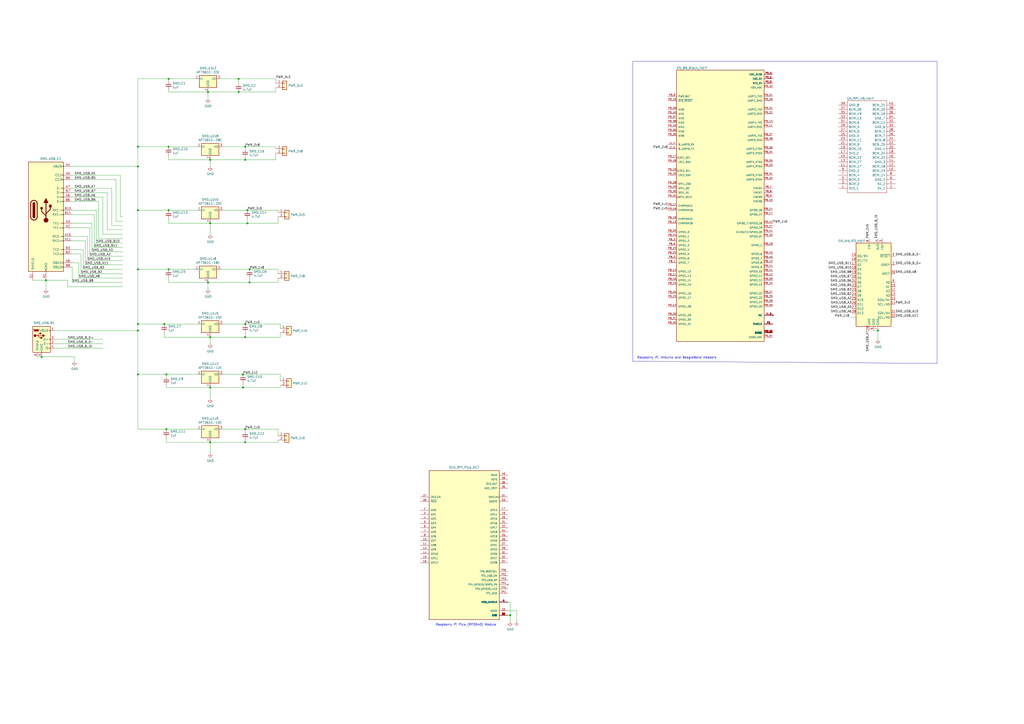
<source format=kicad_sch>
(kicad_sch (version 20230121) (generator eeschema)
  (paper "A2")
  (lib_symbols
    (symbol "Connector:USB_B_Micro" (pin_names (offset 1.016))
      (property "Reference" "J" (at -5.08 11.43 0))
      (property "Value" "USB_B_Micro" (at -5.08 8.89 0))
      (symbol "USB_B_Micro_1_1"
        (pin power_out line (at 7.62 5.08 180) (length 2.54) (name "VBUS") (number "1"))
        (pin bidirectional line (at 7.62 -2.54 180) (length 2.54) (name "D-") (number "2"))
        (pin bidirectional line (at 7.62 0 180) (length 2.54) (name "D+") (number "3"))
        (pin passive line (at 7.62 -5.08 180) (length 2.54) (name "ID") (number "4"))
        (pin power_out line (at 0 -10.16 90) (length 2.54) (name "GND") (number "5"))
        (pin passive line (at -2.54 -10.16 90) (length 2.54) (name "Shield") (number "6"))
      )
    )
    (symbol "Connector:USB_C_Receptacle" (pin_names (offset 1.016))
      (property "Reference" "J" (at -10.16 29.21 0))
      (property "Value" "USB_C_Receptacle" (at 10.16 29.21 0))
      (symbol "USB_C_Receptacle_1_1"
        (pin passive line (at 0 -40.64 90) (length 5.08) (name "GND") (number "A1"))
        (pin bidirectional line (at 15.24 -15.24 180) (length 5.08) (name "RX2-") (number "A10"))
        (pin bidirectional line (at 15.24 -17.78 180) (length 5.08) (name "RX2+") (number "A11"))
        (pin passive line (at 0 -40.64 90) (length 5.08) hide (name "GND") (number "A12"))
        (pin bidirectional line (at 15.24 -10.16 180) (length 5.08) (name "TX1+") (number "A2"))
        (pin bidirectional line (at 15.24 -7.62 180) (length 5.08) (name "TX1-") (number "A3"))
        (pin passive line (at 15.24 25.4 180) (length 5.08) (name "VBUS") (number "A4"))
        (pin bidirectional line (at 15.24 20.32 180) (length 5.08) (name "CC1") (number "A5"))
        (pin bidirectional line (at 15.24 7.62 180) (length 5.08) (name "D+") (number "A6"))
        (pin bidirectional line (at 15.24 12.7 180) (length 5.08) (name "D-") (number "A7"))
        (pin bidirectional line (at 15.24 -30.48 180) (length 5.08) (name "SBU1") (number "A8"))
        (pin passive line (at 15.24 25.4 180) (length 5.08) hide (name "VBUS") (number "A9"))
        (pin passive line (at 0 -40.64 90) (length 5.08) hide (name "GND") (number "B1"))
        (pin bidirectional line (at 15.24 0 180) (length 5.08) (name "RX1-") (number "B10"))
        (pin bidirectional line (at 15.24 -2.54 180) (length 5.08) (name "RX1+") (number "B11"))
        (pin passive line (at 0 -40.64 90) (length 5.08) hide (name "GND") (number "B12"))
        (pin bidirectional line (at 15.24 -25.4 180) (length 5.08) (name "TX2+") (number "B2"))
        (pin bidirectional line (at 15.24 -22.86 180) (length 5.08) (name "TX2-") (number "B3"))
        (pin passive line (at 15.24 25.4 180) (length 5.08) hide (name "VBUS") (number "B4"))
        (pin bidirectional line (at 15.24 17.78 180) (length 5.08) (name "CC2") (number "B5"))
        (pin bidirectional line (at 15.24 5.08 180) (length 5.08) (name "D+") (number "B6"))
        (pin bidirectional line (at 15.24 10.16 180) (length 5.08) (name "D-") (number "B7"))
        (pin bidirectional line (at 15.24 -33.02 180) (length 5.08) (name "SBU2") (number "B8"))
        (pin passive line (at 15.24 25.4 180) (length 5.08) hide (name "VBUS") (number "B9"))
        (pin passive line (at -7.62 -40.64 90) (length 5.08) (name "SHIELD") (number "S1"))
      )
    )
    (symbol "Connector_Generic:Conn_01x02" (pin_names (offset 1.016) hide)
      (property "Reference" "J" (at 0 2.54 0))
      (property "Value" "Conn_01x02" (at 0 -5.08 0))
      (symbol "Conn_01x02_1_1"
        (pin passive line (at -5.08 0 0) (length 3.81) (name "Pin_1") (number "1"))
        (pin passive line (at -5.08 -2.54 0) (length 3.81) (name "Pin_2") (number "2"))
      )
    )
    (symbol "Device:C_Small" (pin_numbers hide) (pin_names (offset 0.254) hide)
      (property "Reference" "C" (at 0.254 1.778 0))
      (property "Value" "C_Small" (at 0.254 -2.032 0))
      (symbol "C_Small_1_1"
        (pin passive line (at 0 2.54 270) (length 2.032) (name "~") (number "1"))
        (pin passive line (at 0 -2.54 90) (length 2.032) (name "~") (number "2"))
      )
    )
    (symbol "FPGAs-Ard_RPi_BB-rescue:BEAGLEBONEBLACK-BEAGLEBONEBLACK" (pin_names (offset 1.016))
      (property "Reference" "U" (at -25.4 79.375 0))
      (property "Value" "BEAGLEBONEBLACK_BEAGLEBONEBLACK" (at -25.4 -81.28 0))
      (symbol "BEAGLEBONEBLACK-BEAGLEBONEBLACK_0_0"
        (pin power_in line (at 30.48 -73.66 180) (length 5.08) (name "DGND") (number "J1_1"))
        (pin no_connect line (at 30.48 -63.5 180) (length 5.08) (name "NC") (number "J1_2"))
        (pin no_connect line (at 30.48 -63.5 180) (length 5.08) (name "NC") (number "J1_3"))
        (pin bidirectional line (at -30.48 35.56 0) (length 5.08) (name "B_UART0_RX") (number "J1_4"))
        (pin bidirectional line (at -30.48 33.02 0) (length 5.08) (name "B_UART0_TX") (number "J1_5"))
        (pin no_connect line (at 30.48 -63.5 180) (length 5.08) (name "NC") (number "J1_6"))
        (pin passive line (at 30.48 -68.58 180) (length 5.08) (name "SHIELD") (number "P1"))
        (pin passive line (at 30.48 -68.58 180) (length 5.08) (name "SHIELD") (number "P2"))
        (pin passive line (at 30.48 -68.58 180) (length 5.08) (name "SHIELD") (number "P3"))
        (pin passive line (at 30.48 -68.58 180) (length 5.08) (name "SHIELD") (number "P4"))
        (pin power_in line (at 30.48 -73.66 180) (length 5.08) (name "DGND") (number "P8_1"))
        (pin bidirectional line (at 30.48 2.54 180) (length 5.08) (name "TIMER6") (number "P8_10"))
        (pin bidirectional line (at -30.48 -40.64 0) (length 5.08) (name "GPIO1_13") (number "P8_11"))
        (pin bidirectional line (at -30.48 -38.1 0) (length 5.08) (name "GPIO1_12") (number "P8_12"))
        (pin bidirectional line (at -30.48 -10.16 0) (length 5.08) (name "EHRPWM2B") (number "P8_13"))
        (pin bidirectional line (at 30.48 -2.54 180) (length 5.08) (name "GPIO0_26") (number "P8_14"))
        (pin bidirectional line (at -30.48 -45.72 0) (length 5.08) (name "GPIO1_15") (number "P8_15"))
        (pin bidirectional line (at -30.48 -43.18 0) (length 5.08) (name "GPIO1_14") (number "P8_16"))
        (pin bidirectional line (at 30.48 -5.08 180) (length 5.08) (name "GPIO0_27") (number "P8_17"))
        (pin bidirectional line (at 30.48 -22.86 180) (length 5.08) (name "GPIO2_1") (number "P8_18"))
        (pin bidirectional line (at -30.48 -7.62 0) (length 5.08) (name "EHRPWM2A") (number "P8_19"))
        (pin power_in line (at 30.48 -73.66 180) (length 5.08) (name "DGND") (number "P8_2"))
        (pin bidirectional line (at -30.48 -68.58 0) (length 5.08) (name "GPIO1_31") (number "P8_20"))
        (pin bidirectional line (at -30.48 -66.04 0) (length 5.08) (name "GPIO1_30") (number "P8_21"))
        (pin bidirectional line (at -30.48 -27.94 0) (length 5.08) (name "GPIO1_5") (number "P8_22"))
        (pin bidirectional line (at -30.48 -25.4 0) (length 5.08) (name "GPIO1_4") (number "P8_23"))
        (pin bidirectional line (at -30.48 -17.78 0) (length 5.08) (name "GPIO1_1") (number "P8_24"))
        (pin bidirectional line (at -30.48 -15.24 0) (length 5.08) (name "GPIO1_0") (number "P8_25"))
        (pin bidirectional line (at -30.48 -63.5 0) (length 5.08) (name "GPIO1_29") (number "P8_26"))
        (pin bidirectional line (at 30.48 -50.8 180) (length 5.08) (name "GPIO2_22") (number "P8_27"))
        (pin bidirectional line (at 30.48 -55.88 180) (length 5.08) (name "GPIO2_24") (number "P8_28"))
        (pin bidirectional line (at 30.48 -53.34 180) (length 5.08) (name "GPIO2_23") (number "P8_29"))
        (pin bidirectional line (at -30.48 -30.48 0) (length 5.08) (name "GPIO1_6") (number "P8_3"))
        (pin bidirectional line (at 30.48 -58.42 180) (length 5.08) (name "GPIO2_25") (number "P8_30"))
        (pin bidirectional line (at 30.48 17.78 180) (length 5.08) (name "UART5_CTSN") (number "P8_31"))
        (pin bidirectional line (at 30.48 15.24 180) (length 5.08) (name "UART5_RTSN") (number "P8_32"))
        (pin bidirectional line (at 30.48 22.86 180) (length 5.08) (name "UART4_RTSN") (number "P8_33"))
        (pin bidirectional line (at 30.48 30.48 180) (length 5.08) (name "UART3_RTSN") (number "P8_34"))
        (pin bidirectional line (at 30.48 25.4 180) (length 5.08) (name "UART4_CTSN") (number "P8_35"))
        (pin bidirectional line (at 30.48 33.02 180) (length 5.08) (name "UART3_CTSN") (number "P8_36"))
        (pin bidirectional line (at 30.48 40.64 180) (length 5.08) (name "UART5_TXD") (number "P8_37"))
        (pin bidirectional line (at 30.48 38.1 180) (length 5.08) (name "UART5_RXD") (number "P8_38"))
        (pin bidirectional line (at 30.48 -43.18 180) (length 5.08) (name "GPIO2_12") (number "P8_39"))
        (pin bidirectional line (at -30.48 -33.02 0) (length 5.08) (name "GPIO1_7") (number "P8_4"))
        (pin bidirectional line (at 30.48 -45.72 180) (length 5.08) (name "GPIO2_13") (number "P8_40"))
        (pin bidirectional line (at 30.48 -38.1 180) (length 5.08) (name "GPIO2_10") (number "P8_41"))
        (pin bidirectional line (at 30.48 -40.64 180) (length 5.08) (name "GPIO2_11") (number "P8_42"))
        (pin bidirectional line (at 30.48 -33.02 180) (length 5.08) (name "GPIO2_8") (number "P8_43"))
        (pin bidirectional line (at 30.48 -35.56 180) (length 5.08) (name "GPIO2_9") (number "P8_44"))
        (pin bidirectional line (at 30.48 -27.94 180) (length 5.08) (name "GPIO2_6") (number "P8_45"))
        (pin bidirectional line (at 30.48 -30.48 180) (length 5.08) (name "GPIO2_7") (number "P8_46"))
        (pin bidirectional line (at -30.48 -20.32 0) (length 5.08) (name "GPIO1_2") (number "P8_5"))
        (pin bidirectional line (at -30.48 -22.86 0) (length 5.08) (name "GPIO1_3") (number "P8_6"))
        (pin bidirectional line (at 30.48 10.16 180) (length 5.08) (name "TIMER4") (number "P8_7"))
        (pin bidirectional line (at 30.48 7.62 180) (length 5.08) (name "TIMER7") (number "P8_8"))
        (pin bidirectional line (at 30.48 5.08 180) (length 5.08) (name "TIMER5") (number "P8_9"))
        (pin power_in line (at 30.48 -73.66 180) (length 5.08) (name "DGND") (number "P9_1"))
        (pin input line (at -30.48 60.96 0) (length 5.08) (name "~{SYS_RESET}") (number "P9_10"))
        (pin bidirectional line (at 30.48 45.72 180) (length 5.08) (name "UART4_RXD") (number "P9_11"))
        (pin bidirectional line (at -30.48 -58.42 0) (length 5.08) (name "GPIO1_28") (number "P9_12"))
        (pin bidirectional line (at 30.48 48.26 180) (length 5.08) (name "UART4_TXD") (number "P9_13"))
        (pin bidirectional line (at -30.48 0 0) (length 5.08) (name "EHRPWM1A") (number "P9_14"))
        (pin bidirectional line (at -30.48 -50.8 0) (length 5.08) (name "GPIO1_16") (number "P9_15"))
        (pin bidirectional line (at -30.48 -2.54 0) (length 5.08) (name "EHRPWM1B") (number "P9_16"))
        (pin bidirectional clock (at -30.48 27.94 0) (length 5.08) (name "I2C1_SCL") (number "P9_17"))
        (pin bidirectional line (at -30.48 25.4 0) (length 5.08) (name "I2C1_SDA") (number "P9_18"))
        (pin bidirectional clock (at -30.48 20.32 0) (length 5.08) (name "I2C2_SCL") (number "P9_19"))
        (pin power_in line (at 30.48 -73.66 180) (length 5.08) (name "DGND") (number "P9_2"))
        (pin bidirectional line (at -30.48 17.78 0) (length 5.08) (name "I2C2_SDA") (number "P9_20"))
        (pin bidirectional line (at 30.48 55.88 180) (length 5.08) (name "UART2_TXD") (number "P9_21"))
        (pin bidirectional line (at 30.48 53.34 180) (length 5.08) (name "UART2_RXD") (number "P9_22"))
        (pin bidirectional line (at -30.48 -53.34 0) (length 5.08) (name "GPIO1_17") (number "P9_23"))
        (pin bidirectional line (at 30.48 63.5 180) (length 5.08) (name "UART1_TXD") (number "P9_24"))
        (pin bidirectional line (at 30.48 -17.78 180) (length 5.08) (name "GPIO3_21") (number "P9_25"))
        (pin bidirectional line (at 30.48 60.96 180) (length 5.08) (name "UART1_RXD") (number "P9_26"))
        (pin bidirectional line (at 30.48 -12.7 180) (length 5.08) (name "GPIO3_19") (number "P9_27"))
        (pin bidirectional line (at -30.48 12.7 0) (length 5.08) (name "SPI1_CS0") (number "P9_28"))
        (pin bidirectional line (at -30.48 10.16 0) (length 5.08) (name "SPI1_D0") (number "P9_29"))
        (pin power_in line (at 30.48 76.2 180) (length 5.08) (name "VDD_3V3B") (number "P9_3"))
        (pin bidirectional line (at -30.48 7.62 0) (length 5.08) (name "SPI1_D1") (number "P9_30"))
        (pin bidirectional clock (at -30.48 5.08 0) (length 5.08) (name "SPI1_SCLK") (number "P9_31"))
        (pin power_in line (at 30.48 68.58 180) (length 5.08) (name "VDD_ADC") (number "P9_32"))
        (pin input line (at -30.48 45.72 0) (length 5.08) (name "AIN4") (number "P9_33"))
        (pin power_in line (at 30.48 -76.2 180) (length 5.08) (name "GNDA_ADC") (number "P9_34"))
        (pin input line (at -30.48 40.64 0) (length 5.08) (name "AIN6") (number "P9_35"))
        (pin input line (at -30.48 43.18 0) (length 5.08) (name "AIN5") (number "P9_36"))
        (pin input line (at -30.48 50.8 0) (length 5.08) (name "AIN2") (number "P9_37"))
        (pin input line (at -30.48 48.26 0) (length 5.08) (name "AIN3") (number "P9_38"))
        (pin input line (at -30.48 55.88 0) (length 5.08) (name "AIN0") (number "P9_39"))
        (pin power_in line (at 30.48 76.2 180) (length 5.08) (name "VDD_3V3B") (number "P9_4"))
        (pin input line (at -30.48 53.34 0) (length 5.08) (name "AIN1") (number "P9_40"))
        (pin bidirectional line (at 30.48 -15.24 180) (length 5.08) (name "CLKOUT2/GPIO3_20") (number "P9_41"))
        (pin bidirectional line (at 30.48 -10.16 180) (length 5.08) (name "GPIO0_7/GPIO3_18") (number "P9_42"))
        (pin power_in line (at 30.48 -73.66 180) (length 5.08) (name "DGND") (number "P9_43"))
        (pin power_in line (at 30.48 -73.66 180) (length 5.08) (name "DGND") (number "P9_44"))
        (pin power_in line (at 30.48 -73.66 180) (length 5.08) (name "DGND") (number "P9_45"))
        (pin power_in line (at 30.48 -73.66 180) (length 5.08) (name "DGND") (number "P9_46"))
        (pin power_in line (at 30.48 73.66 180) (length 5.08) (name "VDD_5V") (number "P9_5"))
        (pin power_in line (at 30.48 73.66 180) (length 5.08) (name "VDD_5V") (number "P9_6"))
        (pin power_in line (at 30.48 71.12 180) (length 5.08) (name "SYS_5V") (number "P9_7"))
        (pin power_in line (at 30.48 71.12 180) (length 5.08) (name "SYS_5V") (number "P9_8"))
        (pin input line (at -30.48 63.5 0) (length 5.08) (name "PWR_BUT") (number "P9_9"))
      )
    )
    (symbol "FPGAs-Ard_RPi_BB-rescue:RASPBERRY_PI_4B_+_Samtec_ESP-120-33-G-D-RASPBERRY_PI_4B_+_Samtec_ESP-1" (pin_names (offset 0.762))
      (property "Reference" "J" (at 29.21 7.62 0))
      (property "Value" "RASPBERRY_PI_4B_+_Samtec_ESP-1_RASPBERRY_PI_4B_+_Samtec_ESP-120-33-G-D" (at 29.21 5.08 0))
      (symbol "RASPBERRY_PI_4B_+_Samtec_ESP-120-33-G-D-RASPBERRY_PI_4B_+_Samtec_ESP-1_0_0"
        (pin power_in line (at 0 -48.26 0) (length 5.08) (name "3V3_1") (number "1"))
        (pin passive line (at 33.02 -38.1 180) (length 5.08) (name "BCM_15") (number "10"))
        (pin passive line (at 0 -35.56 0) (length 5.08) (name "BCM_17") (number "11"))
        (pin passive line (at 33.02 -35.56 180) (length 5.08) (name "BCM_18") (number "12"))
        (pin passive line (at 0 -33.02 0) (length 5.08) (name "BCM_27") (number "13"))
        (pin power_in line (at 33.02 -33.02 180) (length 5.08) (name "GND_3") (number "14"))
        (pin passive line (at 0 -30.48 0) (length 5.08) (name "BCM_22") (number "15"))
        (pin passive line (at 33.02 -30.48 180) (length 5.08) (name "BCM_23") (number "16"))
        (pin power_in line (at 0 -27.94 0) (length 5.08) (name "3V3_2") (number "17"))
        (pin passive line (at 33.02 -27.94 180) (length 5.08) (name "BCM_24") (number "18"))
        (pin passive line (at 0 -25.4 0) (length 5.08) (name "BCM_10") (number "19"))
        (pin power_in line (at 33.02 -48.26 180) (length 5.08) (name "5V_1") (number "2"))
        (pin power_in line (at 33.02 -25.4 180) (length 5.08) (name "GND_4") (number "20"))
        (pin passive line (at 0 -22.86 0) (length 5.08) (name "BCM_9") (number "21"))
        (pin passive line (at 33.02 -22.86 180) (length 5.08) (name "BCM_25") (number "22"))
        (pin passive line (at 0 -20.32 0) (length 5.08) (name "BCM_11") (number "23"))
        (pin passive line (at 33.02 -20.32 180) (length 5.08) (name "BCM_8") (number "24"))
        (pin power_in line (at 0 -17.78 0) (length 5.08) (name "GND_5") (number "25"))
        (pin passive line (at 33.02 -17.78 180) (length 5.08) (name "BCM_7") (number "26"))
        (pin passive line (at 0 -15.24 0) (length 5.08) (name "BCM_0") (number "27"))
        (pin passive line (at 33.02 -15.24 180) (length 5.08) (name "BCM_1") (number "28"))
        (pin passive line (at 0 -12.7 0) (length 5.08) (name "BCM_5") (number "29"))
        (pin passive line (at 0 -45.72 0) (length 5.08) (name "BCM_2") (number "3"))
        (pin power_in line (at 33.02 -12.7 180) (length 5.08) (name "GND_6") (number "30"))
        (pin passive line (at 0 -10.16 0) (length 5.08) (name "BCM_6") (number "31"))
        (pin passive line (at 33.02 -10.16 180) (length 5.08) (name "BCM_12") (number "32"))
        (pin passive line (at 0 -7.62 0) (length 5.08) (name "BCM_13") (number "33"))
        (pin power_in line (at 33.02 -7.62 180) (length 5.08) (name "GND_7") (number "34"))
        (pin passive line (at 0 -5.08 0) (length 5.08) (name "BCM_19") (number "35"))
        (pin passive line (at 33.02 -5.08 180) (length 5.08) (name "BCM_16") (number "36"))
        (pin passive line (at 0 -2.54 0) (length 5.08) (name "BCM_26") (number "37"))
        (pin passive line (at 33.02 -2.54 180) (length 5.08) (name "BCM_20") (number "38"))
        (pin power_in line (at 0 0 0) (length 5.08) (name "GND_8") (number "39"))
        (pin power_in line (at 33.02 -45.72 180) (length 5.08) (name "5V_2") (number "4"))
        (pin passive line (at 33.02 0 180) (length 5.08) (name "BCM_21") (number "40"))
        (pin passive line (at 0 -43.18 0) (length 5.08) (name "BCM_3") (number "5"))
        (pin power_in line (at 33.02 -43.18 180) (length 5.08) (name "GND_1") (number "6"))
        (pin passive line (at 0 -40.64 0) (length 5.08) (name "BCM_4") (number "7"))
        (pin passive line (at 33.02 -40.64 180) (length 5.08) (name "BCM_14") (number "8"))
        (pin power_in line (at 0 -38.1 0) (length 5.08) (name "GND_2") (number "9"))
      )
    )
    (symbol "FPGAs-Ard_RPi_BB-rescue:SC0915-SC0915" (pin_names (offset 1.016))
      (property "Reference" "U" (at -20.32 44.069 0))
      (property "Value" "SC0915_SC0915" (at -20.32 -45.72 0))
      (symbol "SC0915-SC0915_0_0"
        (pin bidirectional line (at -25.4 20.32 0) (length 5.08) (name "GP0") (number "1"))
        (pin bidirectional line (at -25.4 2.54 0) (length 5.08) (name "GP7") (number "10"))
        (pin bidirectional line (at -25.4 0 0) (length 5.08) (name "GP8") (number "11"))
        (pin bidirectional line (at -25.4 -2.54 0) (length 5.08) (name "GP9") (number "12"))
        (pin power_in line (at 25.4 -40.64 180) (length 5.08) (name "GND") (number "13"))
        (pin bidirectional line (at -25.4 -5.08 0) (length 5.08) (name "GP10") (number "14"))
        (pin bidirectional line (at -25.4 -7.62 0) (length 5.08) (name "GP11") (number "15"))
        (pin bidirectional line (at -25.4 -10.16 0) (length 5.08) (name "GP12") (number "16"))
        (pin bidirectional line (at 25.4 20.32 180) (length 5.08) (name "GP13") (number "17"))
        (pin power_in line (at 25.4 -40.64 180) (length 5.08) (name "GND") (number "18"))
        (pin bidirectional line (at 25.4 17.78 180) (length 5.08) (name "GP14") (number "19"))
        (pin bidirectional line (at -25.4 17.78 0) (length 5.08) (name "GP1") (number "2"))
        (pin bidirectional line (at 25.4 15.24 180) (length 5.08) (name "GP15") (number "20"))
        (pin bidirectional line (at 25.4 12.7 180) (length 5.08) (name "GP16") (number "21"))
        (pin bidirectional line (at 25.4 10.16 180) (length 5.08) (name "GP17") (number "22"))
        (pin power_in line (at 25.4 -40.64 180) (length 5.08) (name "GND") (number "23"))
        (pin bidirectional line (at 25.4 7.62 180) (length 5.08) (name "GP18") (number "24"))
        (pin bidirectional line (at 25.4 5.08 180) (length 5.08) (name "GP19") (number "25"))
        (pin bidirectional line (at 25.4 2.54 180) (length 5.08) (name "GP20") (number "26"))
        (pin bidirectional line (at 25.4 0 180) (length 5.08) (name "GP21") (number "27"))
        (pin power_in line (at 25.4 -40.64 180) (length 5.08) (name "GND") (number "28"))
        (pin bidirectional line (at 25.4 -2.54 180) (length 5.08) (name "GP22") (number "29"))
        (pin power_in line (at 25.4 -40.64 180) (length 5.08) (name "GND") (number "3"))
        (pin input line (at -25.4 25.4 0) (length 5.08) (name "~{RUN}") (number "30"))
        (pin bidirectional line (at 25.4 -5.08 180) (length 5.08) (name "GP26") (number "31"))
        (pin bidirectional line (at 25.4 -7.62 180) (length 5.08) (name "GP27") (number "32"))
        (pin power_in line (at 25.4 -38.1 180) (length 5.08) (name "AGND") (number "33"))
        (pin bidirectional line (at 25.4 -10.16 180) (length 5.08) (name "GP28") (number "34"))
        (pin power_in line (at 25.4 33.02 180) (length 5.08) (name "ADC_VREF") (number "35"))
        (pin power_in line (at 25.4 35.56 180) (length 5.08) (name "3V3_OUT") (number "36"))
        (pin input line (at -25.4 27.94 0) (length 5.08) (name "3V3_EN") (number "37"))
        (pin power_in line (at 25.4 -40.64 180) (length 5.08) (name "GND") (number "38"))
        (pin power_in line (at 25.4 38.1 180) (length 5.08) (name "VSYS") (number "39"))
        (pin bidirectional line (at -25.4 15.24 0) (length 5.08) (name "GP2") (number "4"))
        (pin power_in line (at 25.4 40.64 180) (length 5.08) (name "VBUS") (number "40"))
        (pin bidirectional line (at -25.4 12.7 0) (length 5.08) (name "GP3") (number "5"))
        (pin bidirectional line (at -25.4 10.16 0) (length 5.08) (name "GP4") (number "6"))
        (pin bidirectional line (at -25.4 7.62 0) (length 5.08) (name "GP5") (number "7"))
        (pin power_in line (at 25.4 -40.64 180) (length 5.08) (name "GND") (number "8"))
        (pin bidirectional line (at -25.4 5.08 0) (length 5.08) (name "GP6") (number "9"))
        (pin power_in line (at 25.4 -33.02 180) (length 5.08) (name "USB_SHIELD") (number "A"))
        (pin power_in line (at 25.4 -33.02 180) (length 5.08) (name "USB_SHIELD") (number "B"))
        (pin power_in line (at 25.4 -33.02 180) (length 5.08) (name "USB_SHIELD") (number "C"))
        (pin power_in line (at 25.4 -33.02 180) (length 5.08) (name "USB_SHIELD") (number "D"))
        (pin input clock (at 25.4 27.94 180) (length 5.08) (name "SWCLK") (number "D1"))
        (pin power_in line (at 25.4 -40.64 180) (length 5.08) (name "GND") (number "D2"))
        (pin bidirectional line (at 25.4 25.4 180) (length 5.08) (name "SWDIO") (number "D3"))
        (pin power_in line (at 25.4 -27.94 180) (length 5.08) (name "TP1_GND") (number "TP1"))
        (pin bidirectional line (at 25.4 -17.78 180) (length 5.08) (name "TP2_USB_DM") (number "TP2"))
        (pin bidirectional line (at 25.4 -20.32 180) (length 5.08) (name "TP3_USB_DP") (number "TP3"))
        (pin no_connect line (at 25.4 -22.86 180) (length 5.08) (name "TP4_GPIO23/SMPS_PS") (number "TP4"))
        (pin output line (at 25.4 -25.4 180) (length 5.08) (name "TP5_GPIO25/LED") (number "TP5"))
        (pin input line (at 25.4 -15.24 180) (length 5.08) (name "TP6_BOOTSEL") (number "TP6"))
      )
    )
    (symbol "MCU_Module:Arduino_UNO_R3"
      (property "Reference" "A" (at -10.16 23.495 0))
      (property "Value" "Arduino_UNO_R3" (at 5.08 -26.67 0))
      (symbol "Arduino_UNO_R3_1_1"
        (pin no_connect line (at -10.16 -20.32 0) (length 2.54) hide (name "NC") (number "1"))
        (pin bidirectional line (at 12.7 -2.54 180) (length 2.54) (name "A1") (number "10"))
        (pin bidirectional line (at 12.7 -5.08 180) (length 2.54) (name "A2") (number "11"))
        (pin bidirectional line (at 12.7 -7.62 180) (length 2.54) (name "A3") (number "12"))
        (pin bidirectional line (at 12.7 -10.16 180) (length 2.54) (name "SDA/A4") (number "13"))
        (pin bidirectional line (at 12.7 -12.7 180) (length 2.54) (name "SCL/A5") (number "14"))
        (pin bidirectional line (at -12.7 15.24 0) (length 2.54) (name "D0/RX") (number "15"))
        (pin bidirectional line (at -12.7 12.7 0) (length 2.54) (name "D1/TX") (number "16"))
        (pin bidirectional line (at -12.7 10.16 0) (length 2.54) (name "D2") (number "17"))
        (pin bidirectional line (at -12.7 7.62 0) (length 2.54) (name "D3") (number "18"))
        (pin bidirectional line (at -12.7 5.08 0) (length 2.54) (name "D4") (number "19"))
        (pin output line (at 12.7 10.16 180) (length 2.54) (name "IOREF") (number "2"))
        (pin bidirectional line (at -12.7 2.54 0) (length 2.54) (name "D5") (number "20"))
        (pin bidirectional line (at -12.7 0 0) (length 2.54) (name "D6") (number "21"))
        (pin bidirectional line (at -12.7 -2.54 0) (length 2.54) (name "D7") (number "22"))
        (pin bidirectional line (at -12.7 -5.08 0) (length 2.54) (name "D8") (number "23"))
        (pin bidirectional line (at -12.7 -7.62 0) (length 2.54) (name "D9") (number "24"))
        (pin bidirectional line (at -12.7 -10.16 0) (length 2.54) (name "D10") (number "25"))
        (pin bidirectional line (at -12.7 -12.7 0) (length 2.54) (name "D11") (number "26"))
        (pin bidirectional line (at -12.7 -15.24 0) (length 2.54) (name "D12") (number "27"))
        (pin bidirectional line (at -12.7 -17.78 0) (length 2.54) (name "D13") (number "28"))
        (pin power_in line (at -2.54 -27.94 90) (length 2.54) (name "GND") (number "29"))
        (pin input line (at 12.7 15.24 180) (length 2.54) (name "~{RESET}") (number "3"))
        (pin input line (at 12.7 5.08 180) (length 2.54) (name "AREF") (number "30"))
        (pin bidirectional line (at 12.7 -17.78 180) (length 2.54) (name "SDA/A4") (number "31"))
        (pin bidirectional line (at 12.7 -20.32 180) (length 2.54) (name "SCL/A5") (number "32"))
        (pin power_out line (at 2.54 25.4 270) (length 2.54) (name "3V3") (number "4"))
        (pin power_out line (at 5.08 25.4 270) (length 2.54) (name "+5V") (number "5"))
        (pin power_in line (at 0 -27.94 90) (length 2.54) (name "GND") (number "6"))
        (pin power_in line (at 2.54 -27.94 90) (length 2.54) (name "GND") (number "7"))
        (pin power_in line (at -2.54 25.4 270) (length 2.54) (name "VIN") (number "8"))
        (pin bidirectional line (at 12.7 0 180) (length 2.54) (name "A0") (number "9"))
      )
    )
    (symbol "Regulator_Linear:AP7361C-10E" (pin_names (offset 0.254))
      (property "Reference" "U" (at -3.81 3.175 0))
      (property "Value" "AP7361C-10E" (at 0 3.175 0))
      (symbol "AP7361C-10E_1_1"
        (pin power_in line (at -7.62 0 0) (length 2.54) (name "VI") (number "1"))
        (pin power_in line (at 0 -7.62 90) (length 2.54) (name "GND") (number "2"))
        (pin power_out line (at 7.62 0 180) (length 2.54) (name "VO") (number "3"))
      )
    )
    (symbol "Regulator_Linear:AP7361C-12E" (pin_names (offset 0.254))
      (property "Reference" "U" (at -3.81 3.175 0))
      (property "Value" "AP7361C-12E" (at 0 3.175 0))
      (symbol "AP7361C-12E_1_1"
        (pin power_in line (at -7.62 0 0) (length 2.54) (name "VI") (number "1"))
        (pin power_in line (at 0 -7.62 90) (length 2.54) (name "GND") (number "2"))
        (pin power_out line (at 7.62 0 180) (length 2.54) (name "VO") (number "3"))
      )
    )
    (symbol "Regulator_Linear:AP7361C-15E" (pin_names (offset 0.254))
      (property "Reference" "U" (at -3.81 3.175 0))
      (property "Value" "AP7361C-15E" (at 0 3.175 0))
      (symbol "AP7361C-15E_1_1"
        (pin power_in line (at -7.62 0 0) (length 2.54) (name "VI") (number "1"))
        (pin power_in line (at 0 -7.62 90) (length 2.54) (name "GND") (number "2"))
        (pin power_out line (at 7.62 0 180) (length 2.54) (name "VO") (number "3"))
      )
    )
    (symbol "Regulator_Linear:AP7361C-18E" (pin_names (offset 0.254))
      (property "Reference" "U" (at -3.81 3.175 0))
      (property "Value" "AP7361C-18E" (at 0 3.175 0))
      (symbol "AP7361C-18E_1_1"
        (pin power_in line (at -7.62 0 0) (length 2.54) (name "VI") (number "1"))
        (pin power_in line (at 0 -7.62 90) (length 2.54) (name "GND") (number "2"))
        (pin power_out line (at 7.62 0 180) (length 2.54) (name "VO") (number "3"))
      )
    )
    (symbol "Regulator_Linear:AP7361C-25E" (pin_names (offset 0.254))
      (property "Reference" "U" (at -3.81 3.175 0))
      (property "Value" "AP7361C-25E" (at 0 3.175 0))
      (symbol "AP7361C-25E_1_1"
        (pin power_in line (at -7.62 0 0) (length 2.54) (name "VI") (number "1"))
        (pin power_in line (at 0 -7.62 90) (length 2.54) (name "GND") (number "2"))
        (pin power_out line (at 7.62 0 180) (length 2.54) (name "VO") (number "3"))
      )
    )
    (symbol "Regulator_Linear:AP7361C-28E" (pin_names (offset 0.254))
      (property "Reference" "U" (at -3.81 3.175 0))
      (property "Value" "AP7361C-28E" (at 0 3.175 0))
      (symbol "AP7361C-28E_1_1"
        (pin power_in line (at -7.62 0 0) (length 2.54) (name "VI") (number "1"))
        (pin power_in line (at 0 -7.62 90) (length 2.54) (name "GND") (number "2"))
        (pin power_out line (at 7.62 0 180) (length 2.54) (name "VO") (number "3"))
      )
    )
    (symbol "Regulator_Linear:AP7361C-33E" (pin_names (offset 0.254))
      (property "Reference" "U" (at -3.81 3.175 0))
      (property "Value" "AP7361C-33E" (at 0 3.175 0))
      (symbol "AP7361C-33E_1_1"
        (pin power_in line (at -7.62 0 0) (length 2.54) (name "VI") (number "1"))
        (pin power_in line (at 0 -7.62 90) (length 2.54) (name "GND") (number "2"))
        (pin power_out line (at 7.62 0 180) (length 2.54) (name "VO") (number "3"))
      )
    )
    (symbol "power:Earth" (power) (pin_names (offset 0))
      (symbol "Earth_1_1"
        (pin power_in line (at 0 0 270) (length 0) hide (name "Earth") (number "1"))
      )
    )
    (symbol "power:GND" (power) (pin_names (offset 0))
      (property "Value" "GND" (at 0 -3.81 0))
      (symbol "GND_1_1"
        (pin power_in line (at 0 0 270) (length 0) hide (name "GND") (number "1"))
      )
    )
  )
  (junction (at 140.97 224.79))
  (junction (at 142.24 92.71))
  (junction (at 80.01 187.96))
  (junction (at 97.79 85.09))
  (junction (at 121.92 224.79))
  (junction (at 97.79 121.92))
  (junction (at 97.79 156.21))
  (junction (at 80.01 191.77))
  (junction (at 80.01 96.52))
  (junction (at 121.92 256.54))
  (junction (at 142.24 187.96))
  (junction (at 120.65 163.83))
  (junction (at 144.78 163.83))
  (junction (at 24.13 207.01))
  (junction (at 143.51 129.54))
  (junction (at 121.92 92.71))
  (junction (at 80.01 85.09))
  (junction (at 140.97 217.17))
  (junction (at 95.25 187.96))
  (junction (at 142.24 195.58))
  (junction (at 142.24 248.92))
  (junction (at 80.01 121.92))
  (junction (at 121.92 129.54))
  (junction (at 138.43 53.34))
  (junction (at 138.43 45.72))
  (junction (at 80.01 217.17))
  (junction (at 121.92 195.58))
  (junction (at 120.65 53.34))
  (junction (at 80.01 156.21))
  (junction (at 509.27 191.77))
  (junction (at 144.78 156.21))
  (junction (at 96.52 217.17))
  (junction (at 142.24 256.54))
  (junction (at 295.91 356.87))
  (junction (at 142.24 85.09))
  (junction (at 26.67 162.56))
  (junction (at 96.52 248.92))
  (junction (at 143.51 121.92))
  (junction (at 97.79 45.72))
  (wire (pts (xy 129.54 217.17) (xy 140.97 217.17)))
  (wire (pts (xy 41.91 132.08) (xy 52.07 132.08)))
  (wire (pts (xy 142.24 195.58) (xy 162.56 195.58)))
  (wire (pts (xy 96.52 224.79) (xy 96.52 223.52)))
  (wire (pts (xy 140.97 222.25) (xy 140.97 224.79)))
  (wire (pts (xy 97.79 90.17) (xy 97.79 92.71)))
  (wire (pts (xy 492.76 184.15) (xy 496.57 184.15)))
  (wire (pts (xy 59.69 135.89) (xy 59.69 114.3)))
  (wire (pts (xy 64.77 130.81) (xy 64.77 109.22)))
  (wire (pts (xy 71.12 151.13) (xy 50.8 151.13)))
  (wire (pts (xy 138.43 53.34) (xy 160.02 53.34)))
  (wire (pts (xy 57.15 138.43) (xy 71.12 138.43)))
  (wire (pts (xy 41.91 101.6) (xy 69.85 101.6)))
  (wire (pts (xy 129.54 248.92) (xy 142.24 248.92)))
  (wire (pts (xy 39.37 166.37) (xy 71.12 166.37)))
  (wire (pts (xy 50.8 137.16) (xy 41.91 137.16)))
  (wire (pts (xy 121.92 224.79) (xy 96.52 224.79)))
  (wire (pts (xy 71.12 135.89) (xy 59.69 135.89)))
  (wire (pts (xy 161.29 156.21) (xy 161.29 158.75)))
  (wire (pts (xy 49.53 153.67) (xy 71.12 153.67)))
  (wire (pts (xy 121.92 92.71) (xy 142.24 92.71)))
  (wire (pts (xy 69.85 101.6) (xy 69.85 125.73)))
  (wire (pts (xy 53.34 146.05) (xy 53.34 129.54)))
  (polyline (pts (xy 543.56 210.82) (xy 367.03 209.55)))
  (wire (pts (xy 142.24 187.96) (xy 162.56 187.96)))
  (wire (pts (xy 43.18 207.01) (xy 43.18 209.55)))
  (wire (pts (xy 96.52 217.17) (xy 114.3 217.17)))
  (wire (pts (xy 55.88 121.92) (xy 55.88 140.97)))
  (wire (pts (xy 129.54 85.09) (xy 142.24 85.09)))
  (wire (pts (xy 120.65 163.83) (xy 144.78 163.83)))
  (wire (pts (xy 138.43 45.72) (xy 160.02 45.72)))
  (wire (pts (xy 142.24 85.09) (xy 142.24 86.36)))
  (wire (pts (xy 161.29 163.83) (xy 161.29 161.29)))
  (wire (pts (xy 142.24 85.09) (xy 160.02 85.09)))
  (wire (pts (xy 41.91 154.94) (xy 41.91 163.83)))
  (wire (pts (xy 121.92 92.71) (xy 121.92 96.52)))
  (wire (pts (xy 129.54 187.96) (xy 142.24 187.96)))
  (wire (pts (xy 160.02 92.71) (xy 160.02 88.9)))
  (polyline (pts (xy 543.56 210.82) (xy 543.56 35.56)))
  (wire (pts (xy 120.65 163.83) (xy 120.65 167.64)))
  (wire (pts (xy 95.25 187.96) (xy 114.3 187.96)))
  (wire (pts (xy 55.88 140.97) (xy 71.12 140.97)))
  (wire (pts (xy 143.51 129.54) (xy 161.29 129.54)))
  (wire (pts (xy 95.25 195.58) (xy 121.92 195.58)))
  (wire (pts (xy 48.26 156.21) (xy 48.26 144.78)))
  (wire (pts (xy 97.79 92.71) (xy 121.92 92.71)))
  (wire (pts (xy 162.56 187.96) (xy 162.56 190.5)))
  (wire (pts (xy 59.69 196.85) (xy 31.75 196.85)))
  (wire (pts (xy 142.24 248.92) (xy 142.24 250.19)))
  (wire (pts (xy 142.24 91.44) (xy 142.24 92.71)))
  (wire (pts (xy 96.52 218.44) (xy 96.52 217.17)))
  (wire (pts (xy 59.69 114.3) (xy 41.91 114.3)))
  (wire (pts (xy 509.27 191.77) (xy 509.27 196.85)))
  (wire (pts (xy 39.37 162.56) (xy 39.37 166.37)))
  (wire (pts (xy 80.01 85.09) (xy 80.01 45.72)))
  (wire (pts (xy 48.26 144.78) (xy 41.91 144.78)))
  (wire (pts (xy 21.59 207.01) (xy 24.13 207.01)))
  (wire (pts (xy 31.75 199.39) (xy 59.69 199.39)))
  (wire (pts (xy 41.91 124.46) (xy 54.61 124.46)))
  (wire (pts (xy 80.01 96.52) (xy 80.01 85.09)))
  (wire (pts (xy 121.92 195.58) (xy 121.92 199.39)))
  (wire (pts (xy 144.78 163.83) (xy 161.29 163.83)))
  (wire (pts (xy 41.91 147.32) (xy 46.99 147.32)))
  (wire (pts (xy 80.01 96.52) (xy 80.01 121.92)))
  (wire (pts (xy 299.72 354.33) (xy 299.72 360.68)))
  (wire (pts (xy 121.92 256.54) (xy 121.92 262.89)))
  (wire (pts (xy 50.8 151.13) (xy 50.8 137.16)))
  (wire (pts (xy 121.92 195.58) (xy 142.24 195.58)))
  (wire (pts (xy 97.79 46.99) (xy 97.79 45.72)))
  (wire (pts (xy 52.07 132.08) (xy 52.07 148.59)))
  (wire (pts (xy 69.85 125.73) (xy 71.12 125.73)))
  (wire (pts (xy 41.91 121.92) (xy 55.88 121.92)))
  (wire (pts (xy 142.24 92.71) (xy 160.02 92.71)))
  (wire (pts (xy 97.79 52.07) (xy 97.79 53.34)))
  (wire (pts (xy 43.18 207.01) (xy 24.13 207.01)))
  (wire (pts (xy 506.73 191.77) (xy 509.27 191.77)))
  (wire (pts (xy 295.91 356.87) (xy 295.91 360.68)))
  (wire (pts (xy 41.91 116.84) (xy 57.15 116.84)))
  (wire (pts (xy 71.12 146.05) (xy 53.34 146.05)))
  (wire (pts (xy 95.25 193.04) (xy 95.25 195.58)))
  (wire (pts (xy 57.15 116.84) (xy 57.15 138.43)))
  (wire (pts (xy 45.72 161.29) (xy 45.72 152.4)))
  (wire (pts (xy 144.78 163.83) (xy 144.78 161.29)))
  (wire (pts (xy 80.01 191.77) (xy 80.01 217.17)))
  (wire (pts (xy 80.01 217.17) (xy 96.52 217.17)))
  (wire (pts (xy 54.61 143.51) (xy 71.12 143.51)))
  (wire (pts (xy 49.53 139.7) (xy 49.53 153.67)))
  (wire (pts (xy 142.24 195.58) (xy 142.24 193.04)))
  (wire (pts (xy 97.79 85.09) (xy 114.3 85.09)))
  (wire (pts (xy 97.79 121.92) (xy 114.3 121.92)))
  (wire (pts (xy 54.61 124.46) (xy 54.61 143.51)))
  (polyline (pts (xy 367.03 209.55) (xy 367.03 35.56)))
  (wire (pts (xy 62.23 133.35) (xy 71.12 133.35)))
  (wire (pts (xy 41.91 111.76) (xy 62.23 111.76)))
  (wire (pts (xy 140.97 224.79) (xy 121.92 224.79)))
  (wire (pts (xy 80.01 45.72) (xy 97.79 45.72)))
  (wire (pts (xy 120.65 53.34) (xy 120.65 57.15)))
  (wire (pts (xy 80.01 156.21) (xy 97.79 156.21)))
  (wire (pts (xy 97.79 85.09) (xy 80.01 85.09)))
  (wire (pts (xy 142.24 256.54) (xy 142.24 255.27)))
  (wire (pts (xy 97.79 53.34) (xy 120.65 53.34)))
  (wire (pts (xy 140.97 224.79) (xy 162.56 224.79)))
  (wire (pts (xy 80.01 156.21) (xy 80.01 187.96)))
  (wire (pts (xy 80.01 248.92) (xy 96.52 248.92)))
  (wire (pts (xy 41.91 139.7) (xy 49.53 139.7)))
  (wire (pts (xy 121.92 256.54) (xy 142.24 256.54)))
  (wire (pts (xy 140.97 217.17) (xy 162.56 217.17)))
  (wire (pts (xy 295.91 349.25) (xy 295.91 356.87)))
  (wire (pts (xy 71.12 161.29) (xy 45.72 161.29)))
  (wire (pts (xy 97.79 121.92) (xy 80.01 121.92)))
  (wire (pts (xy 160.02 45.72) (xy 160.02 48.26)))
  (wire (pts (xy 41.91 96.52) (xy 80.01 96.52)))
  (wire (pts (xy 138.43 45.72) (xy 138.43 48.26)))
  (wire (pts (xy 59.69 201.93) (xy 31.75 201.93)))
  (wire (pts (xy 128.27 45.72) (xy 138.43 45.72)))
  (wire (pts (xy 96.52 248.92) (xy 114.3 248.92)))
  (wire (pts (xy 62.23 111.76) (xy 62.23 133.35)))
  (wire (pts (xy 19.05 162.56) (xy 26.67 162.56)))
  (wire (pts (xy 45.72 152.4) (xy 41.91 152.4)))
  (wire (pts (xy 143.51 127) (xy 143.51 129.54)))
  (wire (pts (xy 143.51 129.54) (xy 121.92 129.54)))
  (wire (pts (xy 67.31 104.14) (xy 67.31 128.27)))
  (wire (pts (xy 294.64 354.33) (xy 299.72 354.33)))
  (wire (pts (xy 162.56 217.17) (xy 162.56 220.98)))
  (wire (pts (xy 97.79 129.54) (xy 121.92 129.54)))
  (wire (pts (xy 41.91 104.14) (xy 67.31 104.14)))
  (wire (pts (xy 161.29 129.54) (xy 161.29 125.73)))
  (wire (pts (xy 53.34 129.54) (xy 41.91 129.54)))
  (wire (pts (xy 143.51 121.92) (xy 161.29 121.92)))
  (wire (pts (xy 52.07 148.59) (xy 71.12 148.59)))
  (wire (pts (xy 64.77 109.22) (xy 41.91 109.22)))
  (wire (pts (xy 294.64 349.25) (xy 295.91 349.25)))
  (wire (pts (xy 26.67 162.56) (xy 26.67 167.64)))
  (wire (pts (xy 71.12 156.21) (xy 48.26 156.21)))
  (wire (pts (xy 97.79 127) (xy 97.79 129.54)))
  (wire (pts (xy 97.79 163.83) (xy 120.65 163.83)))
  (wire (pts (xy 120.65 53.34) (xy 138.43 53.34)))
  (wire (pts (xy 144.78 156.21) (xy 161.29 156.21)))
  (wire (pts (xy 46.99 158.75) (xy 71.12 158.75)))
  (wire (pts (xy 71.12 130.81) (xy 64.77 130.81)))
  (wire (pts (xy 96.52 254) (xy 96.52 256.54)))
  (wire (pts (xy 121.92 129.54) (xy 121.92 135.89)))
  (wire (pts (xy 161.29 248.92) (xy 161.29 252.73)))
  (wire (pts (xy 46.99 147.32) (xy 46.99 158.75)))
  (wire (pts (xy 31.75 191.77) (xy 80.01 191.77)))
  (wire (pts (xy 142.24 256.54) (xy 161.29 256.54)))
  (wire (pts (xy 97.79 45.72) (xy 113.03 45.72)))
  (wire (pts (xy 41.91 163.83) (xy 71.12 163.83)))
  (wire (pts (xy 97.79 156.21) (xy 113.03 156.21)))
  (wire (pts (xy 160.02 85.09) (xy 160.02 86.36)))
  (wire (pts (xy 121.92 224.79) (xy 121.92 231.14)))
  (wire (pts (xy 80.01 217.17) (xy 80.01 248.92)))
  (wire (pts (xy 162.56 224.79) (xy 162.56 223.52)))
  (wire (pts (xy 80.01 121.92) (xy 80.01 156.21)))
  (wire (pts (xy 129.54 121.92) (xy 143.51 121.92)))
  (polyline (pts (xy 367.03 35.56) (xy 543.56 35.56)))
  (wire (pts (xy 162.56 195.58) (xy 162.56 193.04)))
  (wire (pts (xy 128.27 156.21) (xy 144.78 156.21)))
  (wire (pts (xy 67.31 128.27) (xy 71.12 128.27)))
  (wire (pts (xy 80.01 187.96) (xy 95.25 187.96)))
  (wire (pts (xy 26.67 162.56) (xy 39.37 162.56)))
  (wire (pts (xy 160.02 53.34) (xy 160.02 50.8)))
  (wire (pts (xy 294.64 356.87) (xy 295.91 356.87)))
  (wire (pts (xy 142.24 248.92) (xy 161.29 248.92)))
  (wire (pts (xy 96.52 256.54) (xy 121.92 256.54)))
  (wire (pts (xy 161.29 256.54) (xy 161.29 255.27)))
  (wire (pts (xy 161.29 121.92) (xy 161.29 123.19)))
  (wire (pts (xy 80.01 187.96) (xy 80.01 191.77)))
  (wire (pts (xy 97.79 161.29) (xy 97.79 163.83)))
  (text "Raspberry Pi, Arduino and BeagleBone Headers" (at 369.57 208.28 0) (effects (font (size 1.27 1.27)) (justify left bottom)))
  (text "Raspberry Pi Pico (RP2040) Module\n" (at 252.73 363.22 0) (effects (font (size 1.27 1.27)) (justify left bottom)))
  (label "SMD_USB_A5" (at 494.03 179.07 180))
  (label "PWR_1v5" (at 387.35 121.92 180))
  (label "SMD_USB_A11" (at 519.43 184.15 0))
  (label "SMD_USB_B_ID" (at 39.37 201.93 0))
  (label "SMD_USB_A3" (at 53.34 146.05 0))
  (label "PWR_1v5" (at 142.24 187.96 0))
  (label "SMD_USB_B7" (at 494.03 161.29 180))
  (label "SMD_USB_A8" (at 519.43 158.75 0))
  (label "PWR_1v0" (at 448.31 129.54 0))
  (label "PWR_2v5" (at 143.51 121.92 0))
  (label "SMD_USB_B5" (at 43.18 104.14 0))
  (label "PWR_2v5" (at 504.19 138.43 90))
  (label "PWR_3v3" (at 160.02 45.72 0))
  (label "SMD_USB_B11" (at 494.03 153.67 180))
  (label "SMD_USB_A6" (at 494.03 181.61 180))
  (label "PWR_1v2" (at 387.35 119.38 180))
  (label "SMD_USB_B8" (at 41.91 163.83 0))
  (label "SMD_USB_B_D-" (at 519.43 148.59 0))
  (label "SMD_USB_A5" (at 43.18 101.6 0))
  (label "SMD_USB_A6" (at 43.18 114.3 0))
  (label "SMD_USB_B2" (at 494.03 171.45 180))
  (label "SMD_USB_A8" (at 45.72 161.29 0))
  (label "PWR_2v8" (at 142.24 85.09 0))
  (label "SMD_USB_B10" (at 55.88 140.97 0))
  (label "PWR_1v2" (at 140.97 217.17 0))
  (label "SMD_USB_A7" (at 504.19 191.77 270))
  (label "PWR_1v0" (at 142.24 248.92 0))
  (label "SMD_USB_A3" (at 494.03 176.53 180))
  (label "SMD_USB_B5" (at 494.03 166.37 180))
  (label "SMD_USB_A11" (at 49.53 153.67 0))
  (label "SMD_USB_B3" (at 48.26 156.21 0))
  (label "SMD_USB_A2" (at 52.07 148.59 0))
  (label "SMD_USB_B_D+" (at 39.37 196.85 0))
  (label "SMD_USB_B8" (at 494.03 158.75 180))
  (label "SMD_USB_A7" (at 43.18 109.22 0))
  (label "PWR_1v8" (at 492.76 184.15 180))
  (label "SMD_USB_B10" (at 494.03 156.21 180))
  (label "SMD_USB_B_ID" (at 509.27 138.43 90))
  (label "SMD_USB_B3" (at 494.03 168.91 180))
  (label "PWR_1v8" (at 144.78 156.21 0))
  (label "SMD_USB_A10" (at 50.8 151.13 0))
  (label "SMD_USB_B6" (at 494.03 163.83 180))
  (label "SMD_USB_B6" (at 43.18 116.84 0))
  (label "SMD_USB_B11" (at 54.61 143.51 0))
  (label "SMD_USB_B_D+" (at 519.43 153.67 0))
  (label "SMD_USB_B7" (at 43.18 111.76 0))
  (label "SMD_USB_B2" (at 46.99 158.75 0))
  (label "PWR_2v8" (at 387.35 86.36 180))
  (label "SMD_USB_A10" (at 519.43 181.61 0))
  (label "PWR_3v3" (at 519.43 176.53 0))
  (label "SMD_USB_A2" (at 494.03 173.99 180))
  (label "SMD_USB_B_D-" (at 39.37 199.39 0))
  (symbol (lib_id "MCU_Module:Arduino_UNO_R3") (at 506.73 163.83 0) (unit 1)
    (property "Reference" "GN_Ard_R3_Hdr?" (at 494.03 139.7 0))
    (property "Value" "Arduino_UNO_R3" (effects hide))
    (property "Footprint" "Module:Arduino_UNO_R3" (effects hide))
    (property "Datasheet" "https://www.arduino.cc/en/Main/arduinoBoardUno" (effects hide))
    (instances (project "FPGAs-Ard_RPi_BB" (path "" (reference "GN_Ard_R3_Hdr?") (unit 1)) (path "" (reference "GN_Ard_R3_Hdr?") (unit 1)) (path "" (reference "SMD_Ard_R3_Hdr1") (unit 1)) (path "" (reference "GN_Ard_R3_Hdr?") (unit 1)) (path "" (reference "GN_Ard_R3_Hdr?") (unit 1)) (path "" (reference "GN_Ard_R3_Hdr?") (unit 1))))
  )
  (symbol (lib_id "FPGAs-Ard_RPi_BB-rescue:RASPBERRY_PI_4B_+_Samtec_ESP-120-33-G-D-RASPBERRY_PI_4B_+_Samtec_ESP-1") (at 486.41 60.96 0) (unit 1)
    (property "Reference" "GN_RPi_4B_Hdr?" (at 499.11 57.15 0))
    (property "Value" "RASPBERRY_PI_4B_+_Samtec_ESP-120-33-G-D" (effects hide))
    (property "Footprint" "RASPBERRY_PI_4B_+_Samtec_ESP-1:RASPBERRYPI4B4GB" (effects hide))
    (property "Datasheet" "https://www.raspberrypi.org/documentation/hardware/raspberrypi/mechanical/rpi_MECH_4b_4p0.pdf" (effects hide))
    (property "Description" "RASPBERRY PI 4 MODEL B with Samtec ESP-120-33-G-D connector drawn from underneath for use as a plug in module." (effects hide))
    (property "Height" "24.3" (effects hide))
    (property "Manufacturer_Name" "RASPBERRY-PI" (effects hide))
    (property "Manufacturer_Part_Number" "RASPBERRY PI 4B + Samtec ESP-120-33-G-D" (effects hide))
    (instances (project "FPGAs-Ard_RPi_BB" (path "" (reference "GN_RPi_4B_Hdr?") (unit 1)) (path "" (reference "GN_RPi_4B_Hdr?") (unit 1)) (path "" (reference "SMD_RPi_4B_Hdr1") (unit 1)) (path "" (reference "GN_RPi_4B_Hdr?") (unit 1)) (path "" (reference "GN_RPi_4B_Hdr?") (unit 1)) (path "" (reference "GN_RPi_4B_Hdr?") (unit 1))))
  )
  (symbol (lib_id "FPGAs-Ard_RPi_BB-rescue:BEAGLEBONEBLACK-BEAGLEBONEBLACK") (at 417.83 119.38 0) (unit 1)
    (property "Reference" "GN_BB_Black_Hdr?" (at 401.32 39.37 0))
    (property "Value" "BEAGLEBONEBLACK" (effects hide))
    (property "Footprint" "BEAGLEBONEBLACK:MODULE_BEAGLEBONEBLACK" (effects hide))
    (property "MANUFACTURER" "Bearings Limited" (effects hide))
    (property "MAXIMUM_PACKAGE_HEIGHT" "4.76 mm" (effects hide))
    (property "PARTREV" "C" (effects hide))
    (property "STANDARD" "Manufacturer Recommendations" (effects hide))
    (instances (project "FPGAs-Ard_RPi_BB" (path "" (reference "GN_BB_Black_Hdr?") (unit 1)) (path "" (reference "GN_BB_Black_Hdr?") (unit 1)) (path "" (reference "SMD_BB_Black_Hdr1") (unit 1)) (path "" (reference "GN_BB_Black_Hdr?") (unit 1)) (path "" (reference "GN_BB_Black_Hdr?") (unit 1)) (path "" (reference "GN_BB_Black_Hdr?") (unit 1))))
  )
  (symbol (lib_id "Connector:USB_C_Receptacle") (at 26.67 121.92 0) (unit 1)
    (property "Reference" "SMD_USB_C1" (at 29.3878 92.075 0))
    (property "Value" "USB_C_Receptacle" (effects hide))
    (property "Footprint" "Connector_USB:USB_C_Receptacle_Amphenol_12401610E4-2A" (effects hide))
    (property "Datasheet" "https://www.usb.org/sites/default/files/documents/usb_type-c.zip" (effects hide))
  )
  (symbol (lib_id "Connector:USB_B_Micro") (at 24.13 196.85 0) (unit 1)
    (property "Reference" "SMD_USB_B1" (at 25.5778 187.325 0))
    (property "Value" "USB_B_Micro" (effects hide))
    (property "Footprint" "Connector_USB:USB_Micro-B_Amphenol_10104110_Horizontal" (effects hide))
  )
  (symbol (lib_id "Regulator_Linear:AP7361C-33E") (at 120.65 45.72 0) (unit 1)
    (property "Reference" "SMD_U3v3" (at 120.65 39.5732 0))
    (property "Value" "AP7361C-33E" (at 120.65 41.8846 0))
    (property "Footprint" "Package_TO_SOT_SMD:SOT-223-3_TabPin2" (effects hide))
    (property "Datasheet" "https://www.diodes.com/assets/Datasheets/AP7361C.pdf" (effects hide))
  )
  (symbol (lib_id "Regulator_Linear:AP7361C-28E") (at 121.92 85.09 0) (unit 1)
    (property "Reference" "SMD_U2v8" (at 121.92 78.9432 0))
    (property "Value" "AP7361C-28E" (at 121.92 81.2546 0))
    (property "Footprint" "Package_TO_SOT_SMD:SOT-223-3_TabPin2" (effects hide))
    (property "Datasheet" "https://www.diodes.com/assets/Datasheets/AP7361C.pdf" (effects hide))
  )
  (symbol (lib_id "Regulator_Linear:AP7361C-25E") (at 121.92 121.92 0) (unit 1)
    (property "Reference" "SMD_U2v5" (at 121.92 115.7732 0))
    (property "Value" "AP7361C-25E" (at 121.92 118.0846 0))
    (property "Footprint" "Package_TO_SOT_SMD:SOT-223-3_TabPin2" (effects hide))
    (property "Datasheet" "https://www.diodes.com/assets/Datasheets/AP7361C.pdf" (effects hide))
  )
  (symbol (lib_id "Regulator_Linear:AP7361C-18E") (at 120.65 156.21 0) (unit 1)
    (property "Reference" "SMD_U1v8" (at 120.65 150.0632 0))
    (property "Value" "AP7361C-18E" (at 120.65 152.3746 0))
    (property "Footprint" "Package_TO_SOT_SMD:SOT-223-3_TabPin2" (effects hide))
    (property "Datasheet" "https://www.diodes.com/assets/Datasheets/AP7361C.pdf" (effects hide))
  )
  (symbol (lib_id "Regulator_Linear:AP7361C-15E") (at 121.92 187.96 0) (unit 1)
    (property "Reference" "SMD_U1v5" (at 121.92 181.8132 0))
    (property "Value" "AP7361C-15E" (at 121.92 184.1246 0))
    (property "Footprint" "Package_TO_SOT_SMD:SOT-223-3_TabPin2" (effects hide))
    (property "Datasheet" "https://www.diodes.com/assets/Datasheets/AP7361C.pdf" (effects hide))
  )
  (symbol (lib_id "Regulator_Linear:AP7361C-12E") (at 121.92 217.17 0) (unit 1)
    (property "Reference" "SMD_U1v2" (at 121.92 211.0232 0))
    (property "Value" "AP7361C-12E" (at 121.92 213.3346 0))
    (property "Footprint" "Package_TO_SOT_SMD:SOT-223-3_TabPin2" (effects hide))
    (property "Datasheet" "https://www.diodes.com/assets/Datasheets/AP7361C.pdf" (effects hide))
  )
  (symbol (lib_id "Regulator_Linear:AP7361C-10E") (at 121.92 248.92 0) (unit 1)
    (property "Reference" "SMD_U1v0" (at 121.92 242.7732 0))
    (property "Value" "AP7361C-10E" (at 121.92 245.0846 0))
    (property "Footprint" "Package_TO_SOT_SMD:SOT-223-3_TabPin2" (effects hide))
    (property "Datasheet" "https://www.diodes.com/assets/Datasheets/AP7361C.pdf" (effects hide))
  )
  (symbol (lib_id "power:GND") (at 121.92 262.89 0) (unit 1)
    (property "Reference" "#PWR0114" (effects hide))
    (property "Value" "GND" (at 122.047 267.2842 0))
  )
  (symbol (lib_id "power:GND") (at 121.92 231.14 0) (unit 1)
    (property "Reference" "#PWR0115" (effects hide))
    (property "Value" "GND" (at 122.047 235.5342 0))
  )
  (symbol (lib_id "power:GND") (at 121.92 199.39 0) (unit 1)
    (property "Reference" "#PWR0116" (effects hide))
    (property "Value" "GND" (at 122.047 203.7842 0))
  )
  (symbol (lib_id "power:GND") (at 120.65 167.64 0) (unit 1)
    (property "Reference" "#PWR0117" (effects hide))
    (property "Value" "GND" (at 120.777 172.0342 0))
  )
  (symbol (lib_id "power:GND") (at 121.92 135.89 0) (unit 1)
    (property "Reference" "#PWR0118" (effects hide))
    (property "Value" "GND" (at 122.047 140.2842 0))
  )
  (symbol (lib_id "power:GND") (at 121.92 96.52 0) (unit 1)
    (property "Reference" "#PWR0119" (effects hide))
    (property "Value" "GND" (at 122.047 100.9142 0))
  )
  (symbol (lib_id "power:GND") (at 120.65 57.15 0) (unit 1)
    (property "Reference" "#PWR0120" (effects hide))
    (property "Value" "GND" (at 120.777 61.5442 0))
  )
  (symbol (lib_id "Device:C_Small") (at 97.79 49.53 0) (unit 1)
    (property "Reference" "SMD_C1" (at 100.1268 48.3616 0) (effects (justify left)))
    (property "Value" "1uF" (at 100.1268 50.673 0) (effects (justify left)))
    (property "Footprint" "Capacitor_SMD:C_0603_1608Metric" (effects hide))
  )
  (symbol (lib_id "Device:C_Small") (at 138.43 50.8 0) (unit 1)
    (property "Reference" "SMD_C2" (at 140.7668 49.6316 0) (effects (justify left)))
    (property "Value" "4.7uF" (at 140.7668 51.943 0) (effects (justify left)))
    (property "Footprint" "Capacitor_SMD:C_0603_1608Metric" (effects hide))
  )
  (symbol (lib_id "Device:C_Small") (at 97.79 87.63 0) (unit 1)
    (property "Reference" "SMD_C15" (at 100.1268 86.4616 0) (effects (justify left)))
    (property "Value" "1uF" (at 100.1268 88.773 0) (effects (justify left)))
    (property "Footprint" "Capacitor_SMD:C_0603_1608Metric" (effects hide))
  )
  (symbol (lib_id "Device:C_Small") (at 97.79 124.46 0) (unit 1)
    (property "Reference" "SMD_C13" (at 100.1268 123.2916 0) (effects (justify left)))
    (property "Value" "1uF" (at 100.1268 125.603 0) (effects (justify left)))
    (property "Footprint" "Capacitor_SMD:C_0603_1608Metric" (effects hide))
  )
  (symbol (lib_id "Device:C_Small") (at 97.79 158.75 0) (unit 1)
    (property "Reference" "SMD_C5" (at 100.1268 157.5816 0) (effects (justify left)))
    (property "Value" "1uF" (at 100.1268 159.893 0) (effects (justify left)))
    (property "Footprint" "Capacitor_SMD:C_0603_1608Metric" (effects hide))
  )
  (symbol (lib_id "Device:C_Small") (at 96.52 220.98 0) (unit 1)
    (property "Reference" "SMD_C9" (at 98.8568 219.8116 0) (effects (justify left)))
    (property "Value" "1uF" (at 98.8568 222.123 0) (effects (justify left)))
    (property "Footprint" "Capacitor_SMD:C_0603_1608Metric" (effects hide))
  )
  (symbol (lib_id "Device:C_Small") (at 96.52 251.46 0) (unit 1)
    (property "Reference" "SMD_C11" (at 98.8568 250.2916 0) (effects (justify left)))
    (property "Value" "1uF" (at 98.8568 252.603 0) (effects (justify left)))
    (property "Footprint" "Capacitor_SMD:C_0603_1608Metric" (effects hide))
  )
  (symbol (lib_id "Device:C_Small") (at 142.24 88.9 0) (unit 1)
    (property "Reference" "SMD_C16" (at 144.5768 87.7316 0) (effects (justify left)))
    (property "Value" "4.7uF" (at 144.5768 90.043 0) (effects (justify left)))
    (property "Footprint" "Capacitor_SMD:C_0603_1608Metric" (effects hide))
  )
  (symbol (lib_id "Device:C_Small") (at 143.51 124.46 0) (unit 1)
    (property "Reference" "SMD_C14" (at 145.8468 123.2916 0) (effects (justify left)))
    (property "Value" "4.7uF" (at 145.8468 125.603 0) (effects (justify left)))
    (property "Footprint" "Capacitor_SMD:C_0603_1608Metric" (effects hide))
  )
  (symbol (lib_id "Device:C_Small") (at 144.78 158.75 0) (unit 1)
    (property "Reference" "SMD_C6" (at 147.1168 157.5816 0) (effects (justify left)))
    (property "Value" "4.7uF" (at 147.1168 159.893 0) (effects (justify left)))
    (property "Footprint" "Capacitor_SMD:C_0603_1608Metric" (effects hide))
  )
  (symbol (lib_id "Device:C_Small") (at 142.24 190.5 0) (unit 1)
    (property "Reference" "SMD_C8" (at 144.5768 189.3316 0) (effects (justify left)))
    (property "Value" "4.7uF" (at 144.5768 191.643 0) (effects (justify left)))
    (property "Footprint" "Capacitor_SMD:C_0603_1608Metric" (effects hide))
  )
  (symbol (lib_id "Device:C_Small") (at 140.97 219.71 0) (unit 1)
    (property "Reference" "SMD_C10" (at 143.3068 218.5416 0) (effects (justify left)))
    (property "Value" "4.7uF" (at 143.3068 220.853 0) (effects (justify left)))
    (property "Footprint" "Capacitor_SMD:C_0603_1608Metric" (effects hide))
  )
  (symbol (lib_id "Device:C_Small") (at 142.24 252.73 0) (unit 1)
    (property "Reference" "SMD_C12" (at 144.5768 251.5616 0) (effects (justify left)))
    (property "Value" "4.7uF" (at 144.5768 253.873 0) (effects (justify left)))
    (property "Footprint" "Capacitor_SMD:C_0603_1608Metric" (effects hide))
  )
  (symbol (lib_id "Device:C_Small") (at 95.25 190.5 0) (unit 1)
    (property "Reference" "SMD_C7" (at 97.5868 189.3316 0) (effects (justify left)))
    (property "Value" "1uF" (at 97.5868 191.643 0) (effects (justify left)))
    (property "Footprint" "Capacitor_SMD:C_0603_1608Metric" (effects hide))
  )
  (symbol (lib_id "power:GND") (at 43.18 209.55 0) (unit 1)
    (property "Reference" "#PWR0121" (effects hide))
    (property "Value" "GND" (at 43.307 213.9442 0))
  )
  (symbol (lib_id "power:GND") (at 26.67 167.64 0) (unit 1)
    (property "Reference" "#PWR0122" (effects hide))
    (property "Value" "GND" (at 26.797 172.0342 0))
  )
  (symbol (lib_id "Connector_Generic:Conn_01x02") (at 165.1 48.26 0) (unit 1)
    (property "Reference" "PWR_3v3" (at 167.132 49.6316 0) (effects (justify left)))
    (property "Value" "Conn_01x02" (effects hide))
    (property "Footprint" "Connector_PinHeader_2.54mm:PinHeader_1x02_P2.54mm_Vertical" (effects hide))
  )
  (symbol (lib_id "Connector_Generic:Conn_01x02") (at 165.1 86.36 0) (unit 1)
    (property "Reference" "PWR_2v8" (at 167.132 87.7316 0) (effects (justify left)))
    (property "Value" "Conn_01x02" (effects hide))
    (property "Footprint" "Connector_PinHeader_2.54mm:PinHeader_1x02_P2.54mm_Vertical" (effects hide))
  )
  (symbol (lib_id "Connector_Generic:Conn_01x02") (at 166.37 123.19 0) (unit 1)
    (property "Reference" "PWR_2v5" (at 168.402 124.5616 0) (effects (justify left)))
    (property "Value" "Conn_01x02" (effects hide))
    (property "Footprint" "Connector_PinHeader_2.54mm:PinHeader_1x02_P2.54mm_Vertical" (effects hide))
  )
  (symbol (lib_id "Connector_Generic:Conn_01x02") (at 166.37 158.75 0) (unit 1)
    (property "Reference" "PWR_1v8" (at 168.402 160.1216 0) (effects (justify left)))
    (property "Value" "Conn_01x02" (effects hide))
    (property "Footprint" "Connector_PinHeader_2.54mm:PinHeader_1x02_P2.54mm_Vertical" (effects hide))
  )
  (symbol (lib_id "Connector_Generic:Conn_01x02") (at 167.64 190.5 0) (unit 1)
    (property "Reference" "PWR_1v5" (at 169.672 191.8716 0) (effects (justify left)))
    (property "Value" "Conn_01x02" (effects hide))
    (property "Footprint" "Connector_PinHeader_2.54mm:PinHeader_1x02_P2.54mm_Vertical" (effects hide))
  )
  (symbol (lib_id "Connector_Generic:Conn_01x02") (at 167.64 220.98 0) (unit 1)
    (property "Reference" "PWR_1v2" (at 169.672 222.3516 0) (effects (justify left)))
    (property "Value" "Conn_01x02" (effects hide))
    (property "Footprint" "Connector_PinHeader_2.54mm:PinHeader_1x02_P2.54mm_Vertical" (effects hide))
  )
  (symbol (lib_id "Connector_Generic:Conn_01x02") (at 166.37 252.73 0) (unit 1)
    (property "Reference" "PWR_1v0" (at 168.402 254.1016 0) (effects (justify left)))
    (property "Value" "Conn_01x02" (effects hide))
    (property "Footprint" "Connector_PinHeader_2.54mm:PinHeader_1x02_P2.54mm_Vertical" (effects hide))
  )
  (symbol (lib_id "power:GND") (at 509.27 196.85 0) (unit 1)
    (property "Reference" "#PWR0123" (effects hide))
    (property "Value" "GND" (at 509.397 201.2442 0))
  )
  (symbol (lib_id "FPGAs-Ard_RPi_BB-rescue:SC0915-SC0915") (at 269.24 316.23 0) (unit 1)
    (property "Reference" "SEN_RPi_Pico_SC?" (at 269.24 271.145 0))
    (property "Value" "SC0915" (effects hide))
    (property "Footprint" "SnapEDA Library:MODULE_SC0915" (effects hide))
    (property "MANUFACTURER" "Raspberry Pi" (effects hide))
    (property "MAXIMUM_PACKAGE_HEIGHT" "3.73mm" (effects hide))
    (property "PARTREV" "1.6" (effects hide))
    (property "STANDARD" "Manufacturer Recommendations" (effects hide))
    (instances (project "FPGAs-Ard_RPi_BB" (path "" (reference "SEN_RPi_Pico_SC?") (unit 1)) (path "" (reference "SEN_RPi_Pico_SC?") (unit 1)) (path "" (reference "SMD_RPi_Pico_SC1") (unit 1))))
  )
  (symbol (lib_id "power:Earth") (at 299.72 360.68 0) (unit 1)
    (property "Reference" "#PWR0124" (effects hide))
    (property "Value" "Earth" (effects hide))
    (instances (project "FPGAs-Ard_RPi_BB" (path "" (reference "#PWR0124") (unit 1)) (path "" (reference "#PWR?") (unit 1))))
  )
  (symbol (lib_id "power:GND") (at 295.91 360.68 0) (unit 1)
    (property "Reference" "#PWR0125" (effects hide))
    (property "Value" "GND" (at 296.037 365.0742 0))
    (instances (project "FPGAs-Ard_RPi_BB" (path "" (reference "#PWR0125") (unit 1)) (path "" (reference "#PWR?") (unit 1))))
  )
)
</source>
